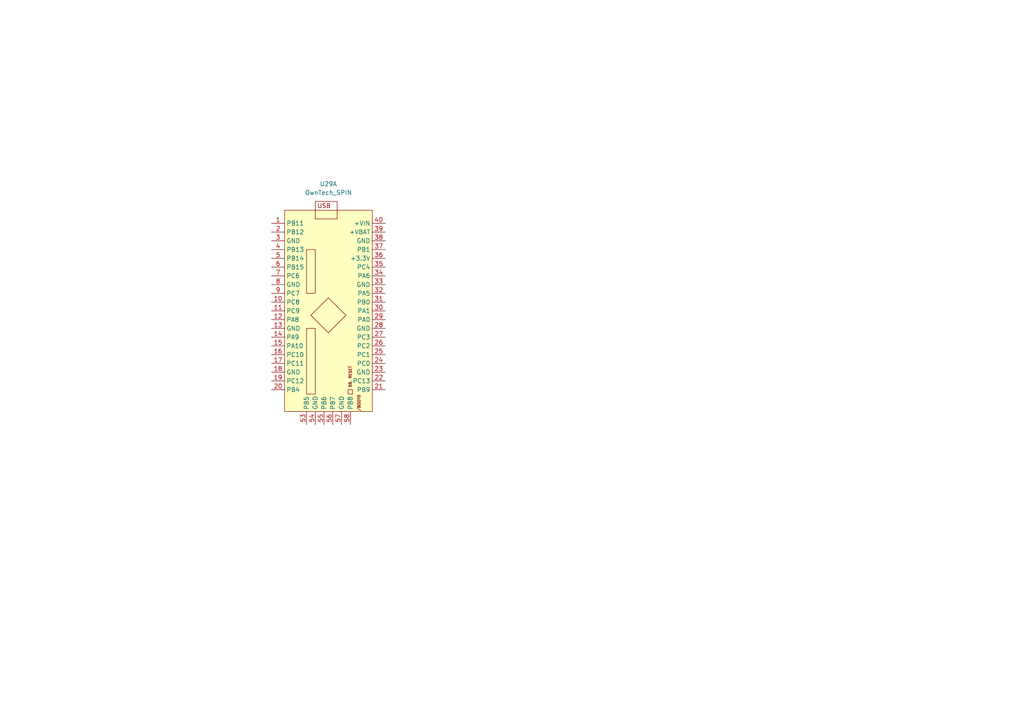
<source format=kicad_sch>
(kicad_sch (version 20250114) (generator "eeschema") (generator_version "9.0")
  (paper "A4")
  (lib_symbols
    (symbol "Interface_Symbol:OwnTech_SPIN"
      (property "Reference" "U401" (at 12.7 6.35 0))
      (property "Value" "OwnTech_SPIN" (at 12.7 3.81 0))
      (symbol "OwnTech_SPIN_0_1"
        (text "59, RESET" (at 19.05 -48.26 900) (effects (font (size 0.8 0.8))))
        (text "/BOOT0" (at 21.59 -55.88 900) (effects (font (size 0.8 0.8))))
      )
      (symbol "OwnTech_SPIN_1_1"
        (rectangle (start 0 0) (end 25.4 -58.42) (fill (type background)))
        (rectangle (start 6.35 -11.43) (end 8.89 -24.13))
        (rectangle (start 6.35 -34.29) (end 8.89 -53.34))
        (polyline (pts (xy 7.62 -30.48) (xy 12.7 -25.4) (xy 17.78 -30.48) (xy 12.7 -35.56)))
        (rectangle (start 8.89 2.54) (end 15.24 -2.54))
        (polyline (pts (xy 12.7 -35.56) (xy 7.62 -30.48)))
        (rectangle (start 18.415 -52.07) (end 19.685 -53.34))
        (text "USB" (at 11.43 1.27 0) (effects (font (size 1.27 1.27))))
        (pin passive line (at -3.81 -3.81 0) (length 3.81) (name "PB11") (number "1"))
        (pin passive line (at -3.81 -6.35 0) (length 3.81) (name "PB12") (number "2"))
        (pin passive line (at -3.81 -8.89 0) (length 3.81) (name "GND") (number "3"))
        (pin passive line (at -3.81 -11.43 0) (length 3.81) (name "PB13") (number "4"))
        (pin passive line (at -3.81 -13.97 0) (length 3.81) (name "PB14") (number "5"))
        (pin passive line (at -3.81 -16.51 0) (length 3.81) (name "PB15") (number "6"))
        (pin passive line (at -3.81 -19.05 0) (length 3.81) (name "PC6") (number "7"))
        (pin passive line (at -3.81 -21.59 0) (length 3.81) (name "GND") (number "8"))
        (pin passive line (at -3.81 -24.13 0) (length 3.81) (name "PC7") (number "9"))
        (pin passive line (at -3.81 -26.67 0) (length 3.81) (name "PC8") (number "10"))
        (pin passive line (at -3.81 -29.21 0) (length 3.81) (name "PC9") (number "11"))
        (pin passive line (at -3.81 -31.75 0) (length 3.81) (name "PA8") (number "12"))
        (pin passive line (at -3.81 -34.29 0) (length 3.81) (name "GND") (number "13"))
        (pin passive line (at -3.81 -36.83 0) (length 3.81) (name "PA9") (number "14"))
        (pin passive line (at -3.81 -39.37 0) (length 3.81) (name "PA10") (number "15"))
        (pin passive line (at -3.81 -41.91 0) (length 3.81) (name "PC10") (number "16"))
        (pin passive line (at -3.81 -44.45 0) (length 3.81) (name "PC11") (number "17"))
        (pin passive line (at -3.81 -46.99 0) (length 3.81) (name "GND") (number "18"))
        (pin passive line (at -3.81 -49.53 0) (length 3.81) (name "PC12") (number "19"))
        (pin passive line (at -3.81 -52.07 0) (length 3.81) (name "PB4") (number "20"))
        (pin passive line (at 6.35 -62.23 90) (length 3.81) (name "PB5") (number "53"))
        (pin passive line (at 8.89 -62.23 90) (length 3.81) (name "GND") (number "54"))
        (pin passive line (at 11.43 -62.23 90) (length 3.81) (name "PB6") (number "55"))
        (pin passive line (at 13.97 -62.23 90) (length 3.81) (name "PB7") (number "56"))
        (pin passive line (at 16.51 -62.23 90) (length 3.81) (name "GND") (number "57"))
        (pin passive line (at 19.05 -62.23 90) (length 3.81) (name "PB8") (number "58"))
        (pin power_in line (at 29.21 -3.81 180) (length 3.81) (name "+VIN") (number "40"))
        (pin power_in line (at 29.21 -6.35 180) (length 3.81) (name "+VBAT") (number "39"))
        (pin passive line (at 29.21 -8.89 180) (length 3.81) (name "GND") (number "38"))
        (pin passive line (at 29.21 -11.43 180) (length 3.81) (name "PB1") (number "37"))
        (pin power_out line (at 29.21 -13.97 180) (length 3.81) (name "+3.3V") (number "36"))
        (pin passive line (at 29.21 -16.51 180) (length 3.81) (name "PC4") (number "35"))
        (pin passive line (at 29.21 -19.05 180) (length 3.81) (name "PA6") (number "34"))
        (pin passive line (at 29.21 -21.59 180) (length 3.81) (name "GND") (number "33"))
        (pin passive line (at 29.21 -24.13 180) (length 3.81) (name "PA5") (number "32"))
        (pin passive line (at 29.21 -26.67 180) (length 3.81) (name "PB0") (number "31"))
        (pin passive line (at 29.21 -29.21 180) (length 3.81) (name "PA1") (number "30"))
        (pin passive line (at 29.21 -31.75 180) (length 3.81) (name "PA0") (number "29"))
        (pin passive line (at 29.21 -34.29 180) (length 3.81) (name "GND") (number "28"))
        (pin passive line (at 29.21 -36.83 180) (length 3.81) (name "PC3") (number "27"))
        (pin passive line (at 29.21 -39.37 180) (length 3.81) (name "PC2") (number "26"))
        (pin passive line (at 29.21 -41.91 180) (length 3.81) (name "PC1") (number "25"))
        (pin passive line (at 29.21 -44.45 180) (length 3.81) (name "PC0") (number "24"))
        (pin passive line (at 29.21 -46.99 180) (length 3.81) (name "GND") (number "23"))
        (pin passive line (at 29.21 -49.53 180) (length 3.81) (name "PC13") (number "22"))
        (pin passive line (at 29.21 -52.07 180) (length 3.81) (name "PB9") (number "21"))
      )
      (symbol "OwnTech_SPIN_2_1"
        (rectangle (start 0 0) (end 7.62 -15.24) (fill (type background)))
        (pin passive line (at -3.81 -2.54 0) (length 3.81) (name "PB10") (number "41"))
        (pin passive line (at -3.81 -5.08 0) (length 3.81) (name "PB2") (number "42"))
        (pin passive line (at -3.81 -7.62 0) (length 3.81) (name "PC5") (number "43"))
        (pin passive line (at -3.81 -10.16 0) (length 3.81) (name "PA7") (number "44"))
        (pin passive line (at -3.81 -12.7 0) (length 3.81) (name "PA4") (number "45"))
      )
      (symbol "OwnTech_SPIN_3_1"
        (rectangle (start 0 0) (end 7.62 -20.32) (fill (type background)))
        (pin passive line (at -3.81 -2.54 0) (length 3.81) (name "PA13") (number "46"))
        (pin passive line (at -3.81 -5.08 0) (length 3.81) (name "PA14") (number "47"))
        (pin passive line (at -3.81 -7.62 0) (length 3.81) (name "PA15") (number "48"))
        (pin passive line (at -3.81 -10.16 0) (length 3.81) (name "PD2") (number "49"))
        (pin passive line (at -3.81 -12.7 0) (length 3.81) (name "PB3") (number "50"))
        (pin passive line (at -3.81 -15.24 0) (length 3.81) (name "PA2") (number "51"))
        (pin passive line (at -3.81 -17.78 0) (length 3.81) (name "PA3") (number "52"))
      )
      (symbol "OwnTech_SPIN_4_1"
        (rectangle (start 0 0) (end 5.08 -5.08) (fill (type background)))
        (pin passive line (at -3.81 -2.54 0) (length 3.81) (name "RST") (number "59"))
      )
    )
  )
  (symbol (lib_id "Interface_Symbol:OwnTech_SPIN") (at 82.55 60.96 0) (unit 1)
    (property "Reference" "U29" (at 95.25 53.34 0))
    (property "Value" "OwnTech_SPIN" (at 95.25 55.88 0))
    (property "Footprint" "Interface_Footprint:OwnTech_SPINTHT" (effects (hide yes)))
    (property "manf#" "SPIN" (effects (hide yes)))
  )
)
</source>
